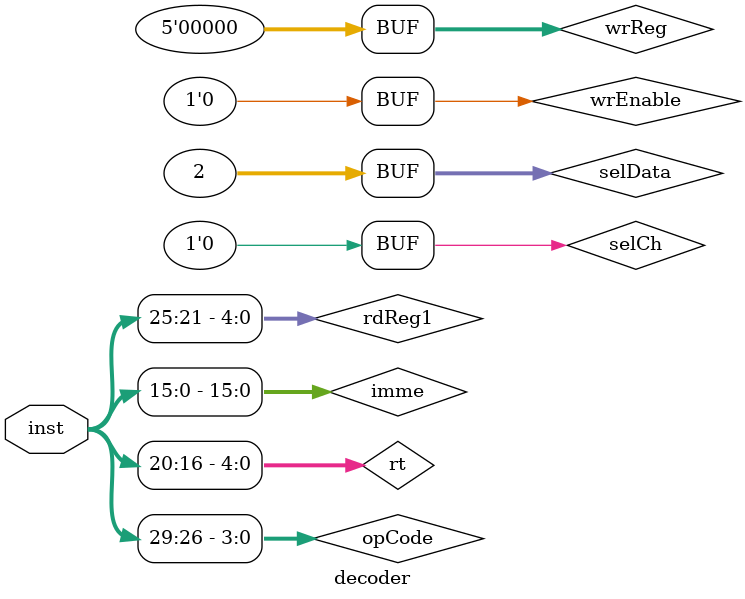
<source format=v>
module decoder (input [31:0] inst);

reg [3:0] opCode;
// reg [4:0] rs;
reg [4:0] rt;
reg [15:0] imme;

reg wrEnable;
reg [4:0] wrReg;
reg [4:0] rdReg1;
reg [31:0] selData;
reg selCh;
wire [31:0] result;
 
project p1(wrEnable, wrReg, rdReg1, imme, opCode, result, selCh, selData);

always @(inst) begin
	//write sample value in reg0
	selData = 2;
	wrEnable = 1;
	wrReg = 0;
	selData = 2;

	//decoding the instruction
	wrEnable = 0;
	selCh = 0;
	opCode = inst[31:26];
	rdReg1 = inst[25:21];
	rt = inst[20:16];
	imme = inst[15:0];

	//print result
	$monitor("rs_data=2 imme=%b add_result=%b", imme, result);

end

endmodule


</source>
